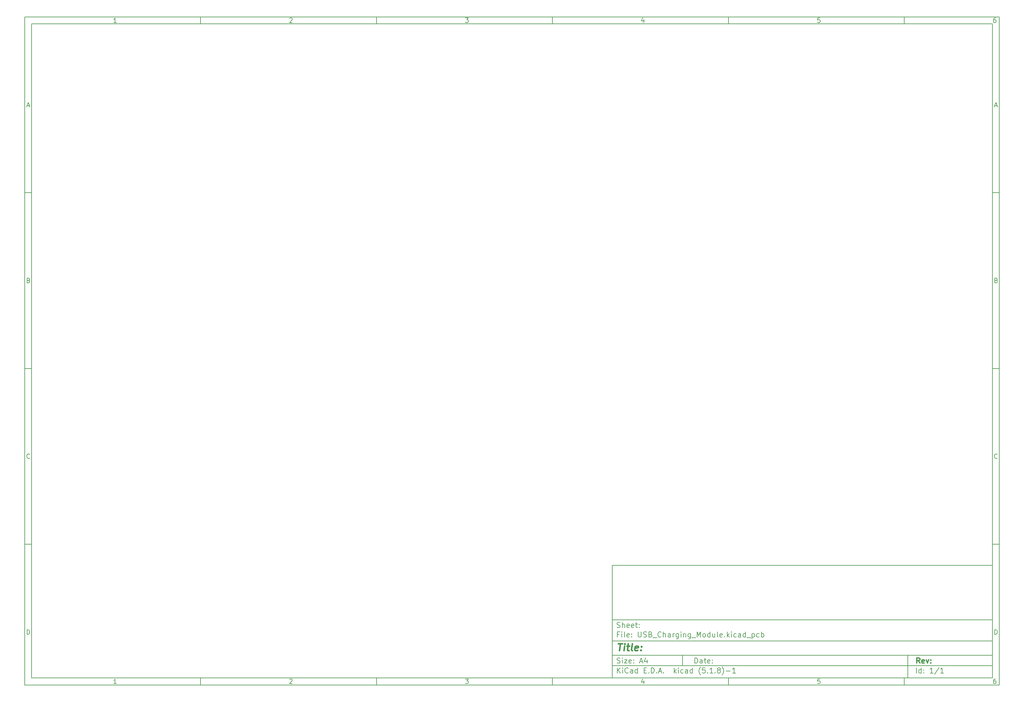
<source format=gbp>
%TF.GenerationSoftware,KiCad,Pcbnew,(5.1.8)-1*%
%TF.CreationDate,2021-07-24T17:40:12+02:00*%
%TF.ProjectId,USB_Charging_Module,5553425f-4368-4617-9267-696e675f4d6f,rev?*%
%TF.SameCoordinates,Original*%
%TF.FileFunction,Paste,Bot*%
%TF.FilePolarity,Positive*%
%FSLAX46Y46*%
G04 Gerber Fmt 4.6, Leading zero omitted, Abs format (unit mm)*
G04 Created by KiCad (PCBNEW (5.1.8)-1) date 2021-07-24 17:40:12*
%MOMM*%
%LPD*%
G01*
G04 APERTURE LIST*
%ADD10C,0.100000*%
%ADD11C,0.150000*%
%ADD12C,0.300000*%
%ADD13C,0.400000*%
G04 APERTURE END LIST*
D10*
D11*
X177002200Y-166007200D02*
X177002200Y-198007200D01*
X285002200Y-198007200D01*
X285002200Y-166007200D01*
X177002200Y-166007200D01*
D10*
D11*
X10000000Y-10000000D02*
X10000000Y-200007200D01*
X287002200Y-200007200D01*
X287002200Y-10000000D01*
X10000000Y-10000000D01*
D10*
D11*
X12000000Y-12000000D02*
X12000000Y-198007200D01*
X285002200Y-198007200D01*
X285002200Y-12000000D01*
X12000000Y-12000000D01*
D10*
D11*
X60000000Y-12000000D02*
X60000000Y-10000000D01*
D10*
D11*
X110000000Y-12000000D02*
X110000000Y-10000000D01*
D10*
D11*
X160000000Y-12000000D02*
X160000000Y-10000000D01*
D10*
D11*
X210000000Y-12000000D02*
X210000000Y-10000000D01*
D10*
D11*
X260000000Y-12000000D02*
X260000000Y-10000000D01*
D10*
D11*
X36065476Y-11588095D02*
X35322619Y-11588095D01*
X35694047Y-11588095D02*
X35694047Y-10288095D01*
X35570238Y-10473809D01*
X35446428Y-10597619D01*
X35322619Y-10659523D01*
D10*
D11*
X85322619Y-10411904D02*
X85384523Y-10350000D01*
X85508333Y-10288095D01*
X85817857Y-10288095D01*
X85941666Y-10350000D01*
X86003571Y-10411904D01*
X86065476Y-10535714D01*
X86065476Y-10659523D01*
X86003571Y-10845238D01*
X85260714Y-11588095D01*
X86065476Y-11588095D01*
D10*
D11*
X135260714Y-10288095D02*
X136065476Y-10288095D01*
X135632142Y-10783333D01*
X135817857Y-10783333D01*
X135941666Y-10845238D01*
X136003571Y-10907142D01*
X136065476Y-11030952D01*
X136065476Y-11340476D01*
X136003571Y-11464285D01*
X135941666Y-11526190D01*
X135817857Y-11588095D01*
X135446428Y-11588095D01*
X135322619Y-11526190D01*
X135260714Y-11464285D01*
D10*
D11*
X185941666Y-10721428D02*
X185941666Y-11588095D01*
X185632142Y-10226190D02*
X185322619Y-11154761D01*
X186127380Y-11154761D01*
D10*
D11*
X236003571Y-10288095D02*
X235384523Y-10288095D01*
X235322619Y-10907142D01*
X235384523Y-10845238D01*
X235508333Y-10783333D01*
X235817857Y-10783333D01*
X235941666Y-10845238D01*
X236003571Y-10907142D01*
X236065476Y-11030952D01*
X236065476Y-11340476D01*
X236003571Y-11464285D01*
X235941666Y-11526190D01*
X235817857Y-11588095D01*
X235508333Y-11588095D01*
X235384523Y-11526190D01*
X235322619Y-11464285D01*
D10*
D11*
X285941666Y-10288095D02*
X285694047Y-10288095D01*
X285570238Y-10350000D01*
X285508333Y-10411904D01*
X285384523Y-10597619D01*
X285322619Y-10845238D01*
X285322619Y-11340476D01*
X285384523Y-11464285D01*
X285446428Y-11526190D01*
X285570238Y-11588095D01*
X285817857Y-11588095D01*
X285941666Y-11526190D01*
X286003571Y-11464285D01*
X286065476Y-11340476D01*
X286065476Y-11030952D01*
X286003571Y-10907142D01*
X285941666Y-10845238D01*
X285817857Y-10783333D01*
X285570238Y-10783333D01*
X285446428Y-10845238D01*
X285384523Y-10907142D01*
X285322619Y-11030952D01*
D10*
D11*
X60000000Y-198007200D02*
X60000000Y-200007200D01*
D10*
D11*
X110000000Y-198007200D02*
X110000000Y-200007200D01*
D10*
D11*
X160000000Y-198007200D02*
X160000000Y-200007200D01*
D10*
D11*
X210000000Y-198007200D02*
X210000000Y-200007200D01*
D10*
D11*
X260000000Y-198007200D02*
X260000000Y-200007200D01*
D10*
D11*
X36065476Y-199595295D02*
X35322619Y-199595295D01*
X35694047Y-199595295D02*
X35694047Y-198295295D01*
X35570238Y-198481009D01*
X35446428Y-198604819D01*
X35322619Y-198666723D01*
D10*
D11*
X85322619Y-198419104D02*
X85384523Y-198357200D01*
X85508333Y-198295295D01*
X85817857Y-198295295D01*
X85941666Y-198357200D01*
X86003571Y-198419104D01*
X86065476Y-198542914D01*
X86065476Y-198666723D01*
X86003571Y-198852438D01*
X85260714Y-199595295D01*
X86065476Y-199595295D01*
D10*
D11*
X135260714Y-198295295D02*
X136065476Y-198295295D01*
X135632142Y-198790533D01*
X135817857Y-198790533D01*
X135941666Y-198852438D01*
X136003571Y-198914342D01*
X136065476Y-199038152D01*
X136065476Y-199347676D01*
X136003571Y-199471485D01*
X135941666Y-199533390D01*
X135817857Y-199595295D01*
X135446428Y-199595295D01*
X135322619Y-199533390D01*
X135260714Y-199471485D01*
D10*
D11*
X185941666Y-198728628D02*
X185941666Y-199595295D01*
X185632142Y-198233390D02*
X185322619Y-199161961D01*
X186127380Y-199161961D01*
D10*
D11*
X236003571Y-198295295D02*
X235384523Y-198295295D01*
X235322619Y-198914342D01*
X235384523Y-198852438D01*
X235508333Y-198790533D01*
X235817857Y-198790533D01*
X235941666Y-198852438D01*
X236003571Y-198914342D01*
X236065476Y-199038152D01*
X236065476Y-199347676D01*
X236003571Y-199471485D01*
X235941666Y-199533390D01*
X235817857Y-199595295D01*
X235508333Y-199595295D01*
X235384523Y-199533390D01*
X235322619Y-199471485D01*
D10*
D11*
X285941666Y-198295295D02*
X285694047Y-198295295D01*
X285570238Y-198357200D01*
X285508333Y-198419104D01*
X285384523Y-198604819D01*
X285322619Y-198852438D01*
X285322619Y-199347676D01*
X285384523Y-199471485D01*
X285446428Y-199533390D01*
X285570238Y-199595295D01*
X285817857Y-199595295D01*
X285941666Y-199533390D01*
X286003571Y-199471485D01*
X286065476Y-199347676D01*
X286065476Y-199038152D01*
X286003571Y-198914342D01*
X285941666Y-198852438D01*
X285817857Y-198790533D01*
X285570238Y-198790533D01*
X285446428Y-198852438D01*
X285384523Y-198914342D01*
X285322619Y-199038152D01*
D10*
D11*
X10000000Y-60000000D02*
X12000000Y-60000000D01*
D10*
D11*
X10000000Y-110000000D02*
X12000000Y-110000000D01*
D10*
D11*
X10000000Y-160000000D02*
X12000000Y-160000000D01*
D10*
D11*
X10690476Y-35216666D02*
X11309523Y-35216666D01*
X10566666Y-35588095D02*
X11000000Y-34288095D01*
X11433333Y-35588095D01*
D10*
D11*
X11092857Y-84907142D02*
X11278571Y-84969047D01*
X11340476Y-85030952D01*
X11402380Y-85154761D01*
X11402380Y-85340476D01*
X11340476Y-85464285D01*
X11278571Y-85526190D01*
X11154761Y-85588095D01*
X10659523Y-85588095D01*
X10659523Y-84288095D01*
X11092857Y-84288095D01*
X11216666Y-84350000D01*
X11278571Y-84411904D01*
X11340476Y-84535714D01*
X11340476Y-84659523D01*
X11278571Y-84783333D01*
X11216666Y-84845238D01*
X11092857Y-84907142D01*
X10659523Y-84907142D01*
D10*
D11*
X11402380Y-135464285D02*
X11340476Y-135526190D01*
X11154761Y-135588095D01*
X11030952Y-135588095D01*
X10845238Y-135526190D01*
X10721428Y-135402380D01*
X10659523Y-135278571D01*
X10597619Y-135030952D01*
X10597619Y-134845238D01*
X10659523Y-134597619D01*
X10721428Y-134473809D01*
X10845238Y-134350000D01*
X11030952Y-134288095D01*
X11154761Y-134288095D01*
X11340476Y-134350000D01*
X11402380Y-134411904D01*
D10*
D11*
X10659523Y-185588095D02*
X10659523Y-184288095D01*
X10969047Y-184288095D01*
X11154761Y-184350000D01*
X11278571Y-184473809D01*
X11340476Y-184597619D01*
X11402380Y-184845238D01*
X11402380Y-185030952D01*
X11340476Y-185278571D01*
X11278571Y-185402380D01*
X11154761Y-185526190D01*
X10969047Y-185588095D01*
X10659523Y-185588095D01*
D10*
D11*
X287002200Y-60000000D02*
X285002200Y-60000000D01*
D10*
D11*
X287002200Y-110000000D02*
X285002200Y-110000000D01*
D10*
D11*
X287002200Y-160000000D02*
X285002200Y-160000000D01*
D10*
D11*
X285692676Y-35216666D02*
X286311723Y-35216666D01*
X285568866Y-35588095D02*
X286002200Y-34288095D01*
X286435533Y-35588095D01*
D10*
D11*
X286095057Y-84907142D02*
X286280771Y-84969047D01*
X286342676Y-85030952D01*
X286404580Y-85154761D01*
X286404580Y-85340476D01*
X286342676Y-85464285D01*
X286280771Y-85526190D01*
X286156961Y-85588095D01*
X285661723Y-85588095D01*
X285661723Y-84288095D01*
X286095057Y-84288095D01*
X286218866Y-84350000D01*
X286280771Y-84411904D01*
X286342676Y-84535714D01*
X286342676Y-84659523D01*
X286280771Y-84783333D01*
X286218866Y-84845238D01*
X286095057Y-84907142D01*
X285661723Y-84907142D01*
D10*
D11*
X286404580Y-135464285D02*
X286342676Y-135526190D01*
X286156961Y-135588095D01*
X286033152Y-135588095D01*
X285847438Y-135526190D01*
X285723628Y-135402380D01*
X285661723Y-135278571D01*
X285599819Y-135030952D01*
X285599819Y-134845238D01*
X285661723Y-134597619D01*
X285723628Y-134473809D01*
X285847438Y-134350000D01*
X286033152Y-134288095D01*
X286156961Y-134288095D01*
X286342676Y-134350000D01*
X286404580Y-134411904D01*
D10*
D11*
X285661723Y-185588095D02*
X285661723Y-184288095D01*
X285971247Y-184288095D01*
X286156961Y-184350000D01*
X286280771Y-184473809D01*
X286342676Y-184597619D01*
X286404580Y-184845238D01*
X286404580Y-185030952D01*
X286342676Y-185278571D01*
X286280771Y-185402380D01*
X286156961Y-185526190D01*
X285971247Y-185588095D01*
X285661723Y-185588095D01*
D10*
D11*
X200434342Y-193785771D02*
X200434342Y-192285771D01*
X200791485Y-192285771D01*
X201005771Y-192357200D01*
X201148628Y-192500057D01*
X201220057Y-192642914D01*
X201291485Y-192928628D01*
X201291485Y-193142914D01*
X201220057Y-193428628D01*
X201148628Y-193571485D01*
X201005771Y-193714342D01*
X200791485Y-193785771D01*
X200434342Y-193785771D01*
X202577200Y-193785771D02*
X202577200Y-193000057D01*
X202505771Y-192857200D01*
X202362914Y-192785771D01*
X202077200Y-192785771D01*
X201934342Y-192857200D01*
X202577200Y-193714342D02*
X202434342Y-193785771D01*
X202077200Y-193785771D01*
X201934342Y-193714342D01*
X201862914Y-193571485D01*
X201862914Y-193428628D01*
X201934342Y-193285771D01*
X202077200Y-193214342D01*
X202434342Y-193214342D01*
X202577200Y-193142914D01*
X203077200Y-192785771D02*
X203648628Y-192785771D01*
X203291485Y-192285771D02*
X203291485Y-193571485D01*
X203362914Y-193714342D01*
X203505771Y-193785771D01*
X203648628Y-193785771D01*
X204720057Y-193714342D02*
X204577200Y-193785771D01*
X204291485Y-193785771D01*
X204148628Y-193714342D01*
X204077200Y-193571485D01*
X204077200Y-193000057D01*
X204148628Y-192857200D01*
X204291485Y-192785771D01*
X204577200Y-192785771D01*
X204720057Y-192857200D01*
X204791485Y-193000057D01*
X204791485Y-193142914D01*
X204077200Y-193285771D01*
X205434342Y-193642914D02*
X205505771Y-193714342D01*
X205434342Y-193785771D01*
X205362914Y-193714342D01*
X205434342Y-193642914D01*
X205434342Y-193785771D01*
X205434342Y-192857200D02*
X205505771Y-192928628D01*
X205434342Y-193000057D01*
X205362914Y-192928628D01*
X205434342Y-192857200D01*
X205434342Y-193000057D01*
D10*
D11*
X177002200Y-194507200D02*
X285002200Y-194507200D01*
D10*
D11*
X178434342Y-196585771D02*
X178434342Y-195085771D01*
X179291485Y-196585771D02*
X178648628Y-195728628D01*
X179291485Y-195085771D02*
X178434342Y-195942914D01*
X179934342Y-196585771D02*
X179934342Y-195585771D01*
X179934342Y-195085771D02*
X179862914Y-195157200D01*
X179934342Y-195228628D01*
X180005771Y-195157200D01*
X179934342Y-195085771D01*
X179934342Y-195228628D01*
X181505771Y-196442914D02*
X181434342Y-196514342D01*
X181220057Y-196585771D01*
X181077200Y-196585771D01*
X180862914Y-196514342D01*
X180720057Y-196371485D01*
X180648628Y-196228628D01*
X180577200Y-195942914D01*
X180577200Y-195728628D01*
X180648628Y-195442914D01*
X180720057Y-195300057D01*
X180862914Y-195157200D01*
X181077200Y-195085771D01*
X181220057Y-195085771D01*
X181434342Y-195157200D01*
X181505771Y-195228628D01*
X182791485Y-196585771D02*
X182791485Y-195800057D01*
X182720057Y-195657200D01*
X182577200Y-195585771D01*
X182291485Y-195585771D01*
X182148628Y-195657200D01*
X182791485Y-196514342D02*
X182648628Y-196585771D01*
X182291485Y-196585771D01*
X182148628Y-196514342D01*
X182077200Y-196371485D01*
X182077200Y-196228628D01*
X182148628Y-196085771D01*
X182291485Y-196014342D01*
X182648628Y-196014342D01*
X182791485Y-195942914D01*
X184148628Y-196585771D02*
X184148628Y-195085771D01*
X184148628Y-196514342D02*
X184005771Y-196585771D01*
X183720057Y-196585771D01*
X183577200Y-196514342D01*
X183505771Y-196442914D01*
X183434342Y-196300057D01*
X183434342Y-195871485D01*
X183505771Y-195728628D01*
X183577200Y-195657200D01*
X183720057Y-195585771D01*
X184005771Y-195585771D01*
X184148628Y-195657200D01*
X186005771Y-195800057D02*
X186505771Y-195800057D01*
X186720057Y-196585771D02*
X186005771Y-196585771D01*
X186005771Y-195085771D01*
X186720057Y-195085771D01*
X187362914Y-196442914D02*
X187434342Y-196514342D01*
X187362914Y-196585771D01*
X187291485Y-196514342D01*
X187362914Y-196442914D01*
X187362914Y-196585771D01*
X188077200Y-196585771D02*
X188077200Y-195085771D01*
X188434342Y-195085771D01*
X188648628Y-195157200D01*
X188791485Y-195300057D01*
X188862914Y-195442914D01*
X188934342Y-195728628D01*
X188934342Y-195942914D01*
X188862914Y-196228628D01*
X188791485Y-196371485D01*
X188648628Y-196514342D01*
X188434342Y-196585771D01*
X188077200Y-196585771D01*
X189577200Y-196442914D02*
X189648628Y-196514342D01*
X189577200Y-196585771D01*
X189505771Y-196514342D01*
X189577200Y-196442914D01*
X189577200Y-196585771D01*
X190220057Y-196157200D02*
X190934342Y-196157200D01*
X190077200Y-196585771D02*
X190577200Y-195085771D01*
X191077200Y-196585771D01*
X191577200Y-196442914D02*
X191648628Y-196514342D01*
X191577200Y-196585771D01*
X191505771Y-196514342D01*
X191577200Y-196442914D01*
X191577200Y-196585771D01*
X194577200Y-196585771D02*
X194577200Y-195085771D01*
X194720057Y-196014342D02*
X195148628Y-196585771D01*
X195148628Y-195585771D02*
X194577200Y-196157200D01*
X195791485Y-196585771D02*
X195791485Y-195585771D01*
X195791485Y-195085771D02*
X195720057Y-195157200D01*
X195791485Y-195228628D01*
X195862914Y-195157200D01*
X195791485Y-195085771D01*
X195791485Y-195228628D01*
X197148628Y-196514342D02*
X197005771Y-196585771D01*
X196720057Y-196585771D01*
X196577200Y-196514342D01*
X196505771Y-196442914D01*
X196434342Y-196300057D01*
X196434342Y-195871485D01*
X196505771Y-195728628D01*
X196577200Y-195657200D01*
X196720057Y-195585771D01*
X197005771Y-195585771D01*
X197148628Y-195657200D01*
X198434342Y-196585771D02*
X198434342Y-195800057D01*
X198362914Y-195657200D01*
X198220057Y-195585771D01*
X197934342Y-195585771D01*
X197791485Y-195657200D01*
X198434342Y-196514342D02*
X198291485Y-196585771D01*
X197934342Y-196585771D01*
X197791485Y-196514342D01*
X197720057Y-196371485D01*
X197720057Y-196228628D01*
X197791485Y-196085771D01*
X197934342Y-196014342D01*
X198291485Y-196014342D01*
X198434342Y-195942914D01*
X199791485Y-196585771D02*
X199791485Y-195085771D01*
X199791485Y-196514342D02*
X199648628Y-196585771D01*
X199362914Y-196585771D01*
X199220057Y-196514342D01*
X199148628Y-196442914D01*
X199077200Y-196300057D01*
X199077200Y-195871485D01*
X199148628Y-195728628D01*
X199220057Y-195657200D01*
X199362914Y-195585771D01*
X199648628Y-195585771D01*
X199791485Y-195657200D01*
X202077200Y-197157200D02*
X202005771Y-197085771D01*
X201862914Y-196871485D01*
X201791485Y-196728628D01*
X201720057Y-196514342D01*
X201648628Y-196157200D01*
X201648628Y-195871485D01*
X201720057Y-195514342D01*
X201791485Y-195300057D01*
X201862914Y-195157200D01*
X202005771Y-194942914D01*
X202077200Y-194871485D01*
X203362914Y-195085771D02*
X202648628Y-195085771D01*
X202577200Y-195800057D01*
X202648628Y-195728628D01*
X202791485Y-195657200D01*
X203148628Y-195657200D01*
X203291485Y-195728628D01*
X203362914Y-195800057D01*
X203434342Y-195942914D01*
X203434342Y-196300057D01*
X203362914Y-196442914D01*
X203291485Y-196514342D01*
X203148628Y-196585771D01*
X202791485Y-196585771D01*
X202648628Y-196514342D01*
X202577200Y-196442914D01*
X204077200Y-196442914D02*
X204148628Y-196514342D01*
X204077200Y-196585771D01*
X204005771Y-196514342D01*
X204077200Y-196442914D01*
X204077200Y-196585771D01*
X205577200Y-196585771D02*
X204720057Y-196585771D01*
X205148628Y-196585771D02*
X205148628Y-195085771D01*
X205005771Y-195300057D01*
X204862914Y-195442914D01*
X204720057Y-195514342D01*
X206220057Y-196442914D02*
X206291485Y-196514342D01*
X206220057Y-196585771D01*
X206148628Y-196514342D01*
X206220057Y-196442914D01*
X206220057Y-196585771D01*
X207148628Y-195728628D02*
X207005771Y-195657200D01*
X206934342Y-195585771D01*
X206862914Y-195442914D01*
X206862914Y-195371485D01*
X206934342Y-195228628D01*
X207005771Y-195157200D01*
X207148628Y-195085771D01*
X207434342Y-195085771D01*
X207577200Y-195157200D01*
X207648628Y-195228628D01*
X207720057Y-195371485D01*
X207720057Y-195442914D01*
X207648628Y-195585771D01*
X207577200Y-195657200D01*
X207434342Y-195728628D01*
X207148628Y-195728628D01*
X207005771Y-195800057D01*
X206934342Y-195871485D01*
X206862914Y-196014342D01*
X206862914Y-196300057D01*
X206934342Y-196442914D01*
X207005771Y-196514342D01*
X207148628Y-196585771D01*
X207434342Y-196585771D01*
X207577200Y-196514342D01*
X207648628Y-196442914D01*
X207720057Y-196300057D01*
X207720057Y-196014342D01*
X207648628Y-195871485D01*
X207577200Y-195800057D01*
X207434342Y-195728628D01*
X208220057Y-197157200D02*
X208291485Y-197085771D01*
X208434342Y-196871485D01*
X208505771Y-196728628D01*
X208577200Y-196514342D01*
X208648628Y-196157200D01*
X208648628Y-195871485D01*
X208577200Y-195514342D01*
X208505771Y-195300057D01*
X208434342Y-195157200D01*
X208291485Y-194942914D01*
X208220057Y-194871485D01*
X209362914Y-196014342D02*
X210505771Y-196014342D01*
X212005771Y-196585771D02*
X211148628Y-196585771D01*
X211577200Y-196585771D02*
X211577200Y-195085771D01*
X211434342Y-195300057D01*
X211291485Y-195442914D01*
X211148628Y-195514342D01*
D10*
D11*
X177002200Y-191507200D02*
X285002200Y-191507200D01*
D10*
D12*
X264411485Y-193785771D02*
X263911485Y-193071485D01*
X263554342Y-193785771D02*
X263554342Y-192285771D01*
X264125771Y-192285771D01*
X264268628Y-192357200D01*
X264340057Y-192428628D01*
X264411485Y-192571485D01*
X264411485Y-192785771D01*
X264340057Y-192928628D01*
X264268628Y-193000057D01*
X264125771Y-193071485D01*
X263554342Y-193071485D01*
X265625771Y-193714342D02*
X265482914Y-193785771D01*
X265197200Y-193785771D01*
X265054342Y-193714342D01*
X264982914Y-193571485D01*
X264982914Y-193000057D01*
X265054342Y-192857200D01*
X265197200Y-192785771D01*
X265482914Y-192785771D01*
X265625771Y-192857200D01*
X265697200Y-193000057D01*
X265697200Y-193142914D01*
X264982914Y-193285771D01*
X266197200Y-192785771D02*
X266554342Y-193785771D01*
X266911485Y-192785771D01*
X267482914Y-193642914D02*
X267554342Y-193714342D01*
X267482914Y-193785771D01*
X267411485Y-193714342D01*
X267482914Y-193642914D01*
X267482914Y-193785771D01*
X267482914Y-192857200D02*
X267554342Y-192928628D01*
X267482914Y-193000057D01*
X267411485Y-192928628D01*
X267482914Y-192857200D01*
X267482914Y-193000057D01*
D10*
D11*
X178362914Y-193714342D02*
X178577200Y-193785771D01*
X178934342Y-193785771D01*
X179077200Y-193714342D01*
X179148628Y-193642914D01*
X179220057Y-193500057D01*
X179220057Y-193357200D01*
X179148628Y-193214342D01*
X179077200Y-193142914D01*
X178934342Y-193071485D01*
X178648628Y-193000057D01*
X178505771Y-192928628D01*
X178434342Y-192857200D01*
X178362914Y-192714342D01*
X178362914Y-192571485D01*
X178434342Y-192428628D01*
X178505771Y-192357200D01*
X178648628Y-192285771D01*
X179005771Y-192285771D01*
X179220057Y-192357200D01*
X179862914Y-193785771D02*
X179862914Y-192785771D01*
X179862914Y-192285771D02*
X179791485Y-192357200D01*
X179862914Y-192428628D01*
X179934342Y-192357200D01*
X179862914Y-192285771D01*
X179862914Y-192428628D01*
X180434342Y-192785771D02*
X181220057Y-192785771D01*
X180434342Y-193785771D01*
X181220057Y-193785771D01*
X182362914Y-193714342D02*
X182220057Y-193785771D01*
X181934342Y-193785771D01*
X181791485Y-193714342D01*
X181720057Y-193571485D01*
X181720057Y-193000057D01*
X181791485Y-192857200D01*
X181934342Y-192785771D01*
X182220057Y-192785771D01*
X182362914Y-192857200D01*
X182434342Y-193000057D01*
X182434342Y-193142914D01*
X181720057Y-193285771D01*
X183077200Y-193642914D02*
X183148628Y-193714342D01*
X183077200Y-193785771D01*
X183005771Y-193714342D01*
X183077200Y-193642914D01*
X183077200Y-193785771D01*
X183077200Y-192857200D02*
X183148628Y-192928628D01*
X183077200Y-193000057D01*
X183005771Y-192928628D01*
X183077200Y-192857200D01*
X183077200Y-193000057D01*
X184862914Y-193357200D02*
X185577200Y-193357200D01*
X184720057Y-193785771D02*
X185220057Y-192285771D01*
X185720057Y-193785771D01*
X186862914Y-192785771D02*
X186862914Y-193785771D01*
X186505771Y-192214342D02*
X186148628Y-193285771D01*
X187077200Y-193285771D01*
D10*
D11*
X263434342Y-196585771D02*
X263434342Y-195085771D01*
X264791485Y-196585771D02*
X264791485Y-195085771D01*
X264791485Y-196514342D02*
X264648628Y-196585771D01*
X264362914Y-196585771D01*
X264220057Y-196514342D01*
X264148628Y-196442914D01*
X264077200Y-196300057D01*
X264077200Y-195871485D01*
X264148628Y-195728628D01*
X264220057Y-195657200D01*
X264362914Y-195585771D01*
X264648628Y-195585771D01*
X264791485Y-195657200D01*
X265505771Y-196442914D02*
X265577200Y-196514342D01*
X265505771Y-196585771D01*
X265434342Y-196514342D01*
X265505771Y-196442914D01*
X265505771Y-196585771D01*
X265505771Y-195657200D02*
X265577200Y-195728628D01*
X265505771Y-195800057D01*
X265434342Y-195728628D01*
X265505771Y-195657200D01*
X265505771Y-195800057D01*
X268148628Y-196585771D02*
X267291485Y-196585771D01*
X267720057Y-196585771D02*
X267720057Y-195085771D01*
X267577200Y-195300057D01*
X267434342Y-195442914D01*
X267291485Y-195514342D01*
X269862914Y-195014342D02*
X268577200Y-196942914D01*
X271148628Y-196585771D02*
X270291485Y-196585771D01*
X270720057Y-196585771D02*
X270720057Y-195085771D01*
X270577200Y-195300057D01*
X270434342Y-195442914D01*
X270291485Y-195514342D01*
D10*
D11*
X177002200Y-187507200D02*
X285002200Y-187507200D01*
D10*
D13*
X178714580Y-188211961D02*
X179857438Y-188211961D01*
X179036009Y-190211961D02*
X179286009Y-188211961D01*
X180274104Y-190211961D02*
X180440771Y-188878628D01*
X180524104Y-188211961D02*
X180416961Y-188307200D01*
X180500295Y-188402438D01*
X180607438Y-188307200D01*
X180524104Y-188211961D01*
X180500295Y-188402438D01*
X181107438Y-188878628D02*
X181869342Y-188878628D01*
X181476485Y-188211961D02*
X181262200Y-189926247D01*
X181333628Y-190116723D01*
X181512200Y-190211961D01*
X181702676Y-190211961D01*
X182655057Y-190211961D02*
X182476485Y-190116723D01*
X182405057Y-189926247D01*
X182619342Y-188211961D01*
X184190771Y-190116723D02*
X183988390Y-190211961D01*
X183607438Y-190211961D01*
X183428866Y-190116723D01*
X183357438Y-189926247D01*
X183452676Y-189164342D01*
X183571723Y-188973866D01*
X183774104Y-188878628D01*
X184155057Y-188878628D01*
X184333628Y-188973866D01*
X184405057Y-189164342D01*
X184381247Y-189354819D01*
X183405057Y-189545295D01*
X185155057Y-190021485D02*
X185238390Y-190116723D01*
X185131247Y-190211961D01*
X185047914Y-190116723D01*
X185155057Y-190021485D01*
X185131247Y-190211961D01*
X185286009Y-188973866D02*
X185369342Y-189069104D01*
X185262200Y-189164342D01*
X185178866Y-189069104D01*
X185286009Y-188973866D01*
X185262200Y-189164342D01*
D10*
D11*
X178934342Y-185600057D02*
X178434342Y-185600057D01*
X178434342Y-186385771D02*
X178434342Y-184885771D01*
X179148628Y-184885771D01*
X179720057Y-186385771D02*
X179720057Y-185385771D01*
X179720057Y-184885771D02*
X179648628Y-184957200D01*
X179720057Y-185028628D01*
X179791485Y-184957200D01*
X179720057Y-184885771D01*
X179720057Y-185028628D01*
X180648628Y-186385771D02*
X180505771Y-186314342D01*
X180434342Y-186171485D01*
X180434342Y-184885771D01*
X181791485Y-186314342D02*
X181648628Y-186385771D01*
X181362914Y-186385771D01*
X181220057Y-186314342D01*
X181148628Y-186171485D01*
X181148628Y-185600057D01*
X181220057Y-185457200D01*
X181362914Y-185385771D01*
X181648628Y-185385771D01*
X181791485Y-185457200D01*
X181862914Y-185600057D01*
X181862914Y-185742914D01*
X181148628Y-185885771D01*
X182505771Y-186242914D02*
X182577200Y-186314342D01*
X182505771Y-186385771D01*
X182434342Y-186314342D01*
X182505771Y-186242914D01*
X182505771Y-186385771D01*
X182505771Y-185457200D02*
X182577200Y-185528628D01*
X182505771Y-185600057D01*
X182434342Y-185528628D01*
X182505771Y-185457200D01*
X182505771Y-185600057D01*
X184362914Y-184885771D02*
X184362914Y-186100057D01*
X184434342Y-186242914D01*
X184505771Y-186314342D01*
X184648628Y-186385771D01*
X184934342Y-186385771D01*
X185077200Y-186314342D01*
X185148628Y-186242914D01*
X185220057Y-186100057D01*
X185220057Y-184885771D01*
X185862914Y-186314342D02*
X186077200Y-186385771D01*
X186434342Y-186385771D01*
X186577200Y-186314342D01*
X186648628Y-186242914D01*
X186720057Y-186100057D01*
X186720057Y-185957200D01*
X186648628Y-185814342D01*
X186577200Y-185742914D01*
X186434342Y-185671485D01*
X186148628Y-185600057D01*
X186005771Y-185528628D01*
X185934342Y-185457200D01*
X185862914Y-185314342D01*
X185862914Y-185171485D01*
X185934342Y-185028628D01*
X186005771Y-184957200D01*
X186148628Y-184885771D01*
X186505771Y-184885771D01*
X186720057Y-184957200D01*
X187862914Y-185600057D02*
X188077200Y-185671485D01*
X188148628Y-185742914D01*
X188220057Y-185885771D01*
X188220057Y-186100057D01*
X188148628Y-186242914D01*
X188077200Y-186314342D01*
X187934342Y-186385771D01*
X187362914Y-186385771D01*
X187362914Y-184885771D01*
X187862914Y-184885771D01*
X188005771Y-184957200D01*
X188077200Y-185028628D01*
X188148628Y-185171485D01*
X188148628Y-185314342D01*
X188077200Y-185457200D01*
X188005771Y-185528628D01*
X187862914Y-185600057D01*
X187362914Y-185600057D01*
X188505771Y-186528628D02*
X189648628Y-186528628D01*
X190862914Y-186242914D02*
X190791485Y-186314342D01*
X190577200Y-186385771D01*
X190434342Y-186385771D01*
X190220057Y-186314342D01*
X190077200Y-186171485D01*
X190005771Y-186028628D01*
X189934342Y-185742914D01*
X189934342Y-185528628D01*
X190005771Y-185242914D01*
X190077200Y-185100057D01*
X190220057Y-184957200D01*
X190434342Y-184885771D01*
X190577200Y-184885771D01*
X190791485Y-184957200D01*
X190862914Y-185028628D01*
X191505771Y-186385771D02*
X191505771Y-184885771D01*
X192148628Y-186385771D02*
X192148628Y-185600057D01*
X192077200Y-185457200D01*
X191934342Y-185385771D01*
X191720057Y-185385771D01*
X191577200Y-185457200D01*
X191505771Y-185528628D01*
X193505771Y-186385771D02*
X193505771Y-185600057D01*
X193434342Y-185457200D01*
X193291485Y-185385771D01*
X193005771Y-185385771D01*
X192862914Y-185457200D01*
X193505771Y-186314342D02*
X193362914Y-186385771D01*
X193005771Y-186385771D01*
X192862914Y-186314342D01*
X192791485Y-186171485D01*
X192791485Y-186028628D01*
X192862914Y-185885771D01*
X193005771Y-185814342D01*
X193362914Y-185814342D01*
X193505771Y-185742914D01*
X194220057Y-186385771D02*
X194220057Y-185385771D01*
X194220057Y-185671485D02*
X194291485Y-185528628D01*
X194362914Y-185457200D01*
X194505771Y-185385771D01*
X194648628Y-185385771D01*
X195791485Y-185385771D02*
X195791485Y-186600057D01*
X195720057Y-186742914D01*
X195648628Y-186814342D01*
X195505771Y-186885771D01*
X195291485Y-186885771D01*
X195148628Y-186814342D01*
X195791485Y-186314342D02*
X195648628Y-186385771D01*
X195362914Y-186385771D01*
X195220057Y-186314342D01*
X195148628Y-186242914D01*
X195077200Y-186100057D01*
X195077200Y-185671485D01*
X195148628Y-185528628D01*
X195220057Y-185457200D01*
X195362914Y-185385771D01*
X195648628Y-185385771D01*
X195791485Y-185457200D01*
X196505771Y-186385771D02*
X196505771Y-185385771D01*
X196505771Y-184885771D02*
X196434342Y-184957200D01*
X196505771Y-185028628D01*
X196577200Y-184957200D01*
X196505771Y-184885771D01*
X196505771Y-185028628D01*
X197220057Y-185385771D02*
X197220057Y-186385771D01*
X197220057Y-185528628D02*
X197291485Y-185457200D01*
X197434342Y-185385771D01*
X197648628Y-185385771D01*
X197791485Y-185457200D01*
X197862914Y-185600057D01*
X197862914Y-186385771D01*
X199220057Y-185385771D02*
X199220057Y-186600057D01*
X199148628Y-186742914D01*
X199077200Y-186814342D01*
X198934342Y-186885771D01*
X198720057Y-186885771D01*
X198577200Y-186814342D01*
X199220057Y-186314342D02*
X199077200Y-186385771D01*
X198791485Y-186385771D01*
X198648628Y-186314342D01*
X198577200Y-186242914D01*
X198505771Y-186100057D01*
X198505771Y-185671485D01*
X198577200Y-185528628D01*
X198648628Y-185457200D01*
X198791485Y-185385771D01*
X199077200Y-185385771D01*
X199220057Y-185457200D01*
X199577200Y-186528628D02*
X200720057Y-186528628D01*
X201077200Y-186385771D02*
X201077200Y-184885771D01*
X201577200Y-185957200D01*
X202077200Y-184885771D01*
X202077200Y-186385771D01*
X203005771Y-186385771D02*
X202862914Y-186314342D01*
X202791485Y-186242914D01*
X202720057Y-186100057D01*
X202720057Y-185671485D01*
X202791485Y-185528628D01*
X202862914Y-185457200D01*
X203005771Y-185385771D01*
X203220057Y-185385771D01*
X203362914Y-185457200D01*
X203434342Y-185528628D01*
X203505771Y-185671485D01*
X203505771Y-186100057D01*
X203434342Y-186242914D01*
X203362914Y-186314342D01*
X203220057Y-186385771D01*
X203005771Y-186385771D01*
X204791485Y-186385771D02*
X204791485Y-184885771D01*
X204791485Y-186314342D02*
X204648628Y-186385771D01*
X204362914Y-186385771D01*
X204220057Y-186314342D01*
X204148628Y-186242914D01*
X204077200Y-186100057D01*
X204077200Y-185671485D01*
X204148628Y-185528628D01*
X204220057Y-185457200D01*
X204362914Y-185385771D01*
X204648628Y-185385771D01*
X204791485Y-185457200D01*
X206148628Y-185385771D02*
X206148628Y-186385771D01*
X205505771Y-185385771D02*
X205505771Y-186171485D01*
X205577200Y-186314342D01*
X205720057Y-186385771D01*
X205934342Y-186385771D01*
X206077200Y-186314342D01*
X206148628Y-186242914D01*
X207077200Y-186385771D02*
X206934342Y-186314342D01*
X206862914Y-186171485D01*
X206862914Y-184885771D01*
X208220057Y-186314342D02*
X208077200Y-186385771D01*
X207791485Y-186385771D01*
X207648628Y-186314342D01*
X207577200Y-186171485D01*
X207577200Y-185600057D01*
X207648628Y-185457200D01*
X207791485Y-185385771D01*
X208077200Y-185385771D01*
X208220057Y-185457200D01*
X208291485Y-185600057D01*
X208291485Y-185742914D01*
X207577200Y-185885771D01*
X208934342Y-186242914D02*
X209005771Y-186314342D01*
X208934342Y-186385771D01*
X208862914Y-186314342D01*
X208934342Y-186242914D01*
X208934342Y-186385771D01*
X209648628Y-186385771D02*
X209648628Y-184885771D01*
X209791485Y-185814342D02*
X210220057Y-186385771D01*
X210220057Y-185385771D02*
X209648628Y-185957200D01*
X210862914Y-186385771D02*
X210862914Y-185385771D01*
X210862914Y-184885771D02*
X210791485Y-184957200D01*
X210862914Y-185028628D01*
X210934342Y-184957200D01*
X210862914Y-184885771D01*
X210862914Y-185028628D01*
X212220057Y-186314342D02*
X212077200Y-186385771D01*
X211791485Y-186385771D01*
X211648628Y-186314342D01*
X211577200Y-186242914D01*
X211505771Y-186100057D01*
X211505771Y-185671485D01*
X211577200Y-185528628D01*
X211648628Y-185457200D01*
X211791485Y-185385771D01*
X212077200Y-185385771D01*
X212220057Y-185457200D01*
X213505771Y-186385771D02*
X213505771Y-185600057D01*
X213434342Y-185457200D01*
X213291485Y-185385771D01*
X213005771Y-185385771D01*
X212862914Y-185457200D01*
X213505771Y-186314342D02*
X213362914Y-186385771D01*
X213005771Y-186385771D01*
X212862914Y-186314342D01*
X212791485Y-186171485D01*
X212791485Y-186028628D01*
X212862914Y-185885771D01*
X213005771Y-185814342D01*
X213362914Y-185814342D01*
X213505771Y-185742914D01*
X214862914Y-186385771D02*
X214862914Y-184885771D01*
X214862914Y-186314342D02*
X214720057Y-186385771D01*
X214434342Y-186385771D01*
X214291485Y-186314342D01*
X214220057Y-186242914D01*
X214148628Y-186100057D01*
X214148628Y-185671485D01*
X214220057Y-185528628D01*
X214291485Y-185457200D01*
X214434342Y-185385771D01*
X214720057Y-185385771D01*
X214862914Y-185457200D01*
X215220057Y-186528628D02*
X216362914Y-186528628D01*
X216720057Y-185385771D02*
X216720057Y-186885771D01*
X216720057Y-185457200D02*
X216862914Y-185385771D01*
X217148628Y-185385771D01*
X217291485Y-185457200D01*
X217362914Y-185528628D01*
X217434342Y-185671485D01*
X217434342Y-186100057D01*
X217362914Y-186242914D01*
X217291485Y-186314342D01*
X217148628Y-186385771D01*
X216862914Y-186385771D01*
X216720057Y-186314342D01*
X218720057Y-186314342D02*
X218577200Y-186385771D01*
X218291485Y-186385771D01*
X218148628Y-186314342D01*
X218077200Y-186242914D01*
X218005771Y-186100057D01*
X218005771Y-185671485D01*
X218077200Y-185528628D01*
X218148628Y-185457200D01*
X218291485Y-185385771D01*
X218577200Y-185385771D01*
X218720057Y-185457200D01*
X219362914Y-186385771D02*
X219362914Y-184885771D01*
X219362914Y-185457200D02*
X219505771Y-185385771D01*
X219791485Y-185385771D01*
X219934342Y-185457200D01*
X220005771Y-185528628D01*
X220077200Y-185671485D01*
X220077200Y-186100057D01*
X220005771Y-186242914D01*
X219934342Y-186314342D01*
X219791485Y-186385771D01*
X219505771Y-186385771D01*
X219362914Y-186314342D01*
D10*
D11*
X177002200Y-181507200D02*
X285002200Y-181507200D01*
D10*
D11*
X178362914Y-183614342D02*
X178577200Y-183685771D01*
X178934342Y-183685771D01*
X179077200Y-183614342D01*
X179148628Y-183542914D01*
X179220057Y-183400057D01*
X179220057Y-183257200D01*
X179148628Y-183114342D01*
X179077200Y-183042914D01*
X178934342Y-182971485D01*
X178648628Y-182900057D01*
X178505771Y-182828628D01*
X178434342Y-182757200D01*
X178362914Y-182614342D01*
X178362914Y-182471485D01*
X178434342Y-182328628D01*
X178505771Y-182257200D01*
X178648628Y-182185771D01*
X179005771Y-182185771D01*
X179220057Y-182257200D01*
X179862914Y-183685771D02*
X179862914Y-182185771D01*
X180505771Y-183685771D02*
X180505771Y-182900057D01*
X180434342Y-182757200D01*
X180291485Y-182685771D01*
X180077200Y-182685771D01*
X179934342Y-182757200D01*
X179862914Y-182828628D01*
X181791485Y-183614342D02*
X181648628Y-183685771D01*
X181362914Y-183685771D01*
X181220057Y-183614342D01*
X181148628Y-183471485D01*
X181148628Y-182900057D01*
X181220057Y-182757200D01*
X181362914Y-182685771D01*
X181648628Y-182685771D01*
X181791485Y-182757200D01*
X181862914Y-182900057D01*
X181862914Y-183042914D01*
X181148628Y-183185771D01*
X183077200Y-183614342D02*
X182934342Y-183685771D01*
X182648628Y-183685771D01*
X182505771Y-183614342D01*
X182434342Y-183471485D01*
X182434342Y-182900057D01*
X182505771Y-182757200D01*
X182648628Y-182685771D01*
X182934342Y-182685771D01*
X183077200Y-182757200D01*
X183148628Y-182900057D01*
X183148628Y-183042914D01*
X182434342Y-183185771D01*
X183577200Y-182685771D02*
X184148628Y-182685771D01*
X183791485Y-182185771D02*
X183791485Y-183471485D01*
X183862914Y-183614342D01*
X184005771Y-183685771D01*
X184148628Y-183685771D01*
X184648628Y-183542914D02*
X184720057Y-183614342D01*
X184648628Y-183685771D01*
X184577200Y-183614342D01*
X184648628Y-183542914D01*
X184648628Y-183685771D01*
X184648628Y-182757200D02*
X184720057Y-182828628D01*
X184648628Y-182900057D01*
X184577200Y-182828628D01*
X184648628Y-182757200D01*
X184648628Y-182900057D01*
D10*
D11*
X197002200Y-191507200D02*
X197002200Y-194507200D01*
D10*
D11*
X261002200Y-191507200D02*
X261002200Y-198007200D01*
M02*

</source>
